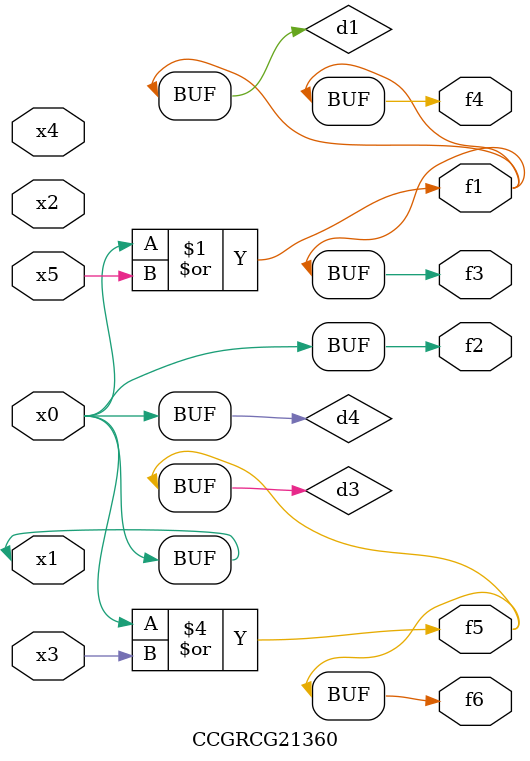
<source format=v>
module CCGRCG21360(
	input x0, x1, x2, x3, x4, x5,
	output f1, f2, f3, f4, f5, f6
);

	wire d1, d2, d3, d4;

	or (d1, x0, x5);
	xnor (d2, x1, x4);
	or (d3, x0, x3);
	buf (d4, x0, x1);
	assign f1 = d1;
	assign f2 = d4;
	assign f3 = d1;
	assign f4 = d1;
	assign f5 = d3;
	assign f6 = d3;
endmodule

</source>
